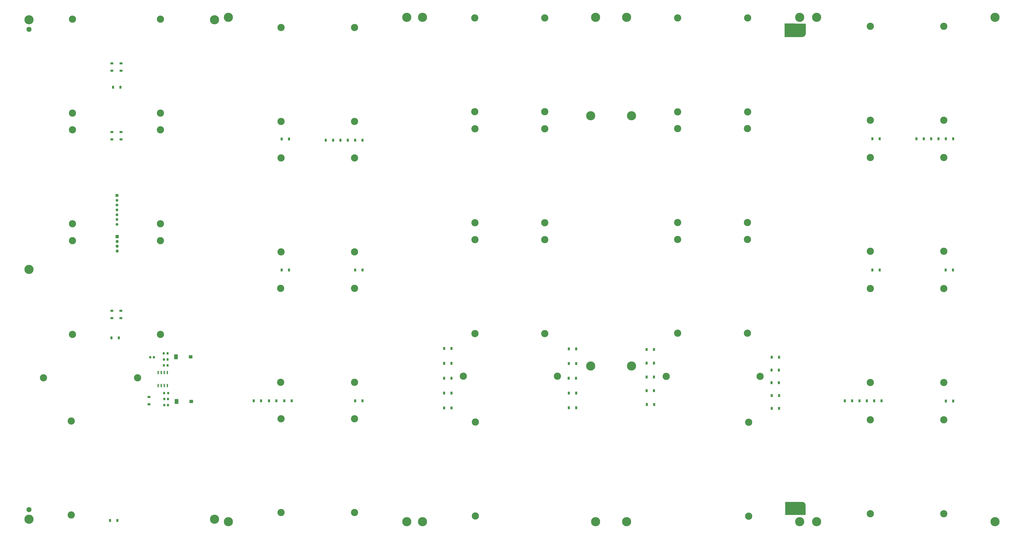
<source format=gts>
%TF.GenerationSoftware,KiCad,Pcbnew,9.0.1*%
%TF.CreationDate,2025-04-22T22:33:04-07:00*%
%TF.ProjectId,FlexDeploySidePanels,466c6578-4465-4706-9c6f-795369646550,3.3*%
%TF.SameCoordinates,Original*%
%TF.FileFunction,Soldermask,Top*%
%TF.FilePolarity,Negative*%
%FSLAX46Y46*%
G04 Gerber Fmt 4.6, Leading zero omitted, Abs format (unit mm)*
G04 Created by KiCad (PCBNEW 9.0.1) date 2025-04-22 22:33:04*
%MOMM*%
%LPD*%
G01*
G04 APERTURE LIST*
G04 Aperture macros list*
%AMRoundRect*
0 Rectangle with rounded corners*
0 $1 Rounding radius*
0 $2 $3 $4 $5 $6 $7 $8 $9 X,Y pos of 4 corners*
0 Add a 4 corners polygon primitive as box body*
4,1,4,$2,$3,$4,$5,$6,$7,$8,$9,$2,$3,0*
0 Add four circle primitives for the rounded corners*
1,1,$1+$1,$2,$3*
1,1,$1+$1,$4,$5*
1,1,$1+$1,$6,$7*
1,1,$1+$1,$8,$9*
0 Add four rect primitives between the rounded corners*
20,1,$1+$1,$2,$3,$4,$5,0*
20,1,$1+$1,$4,$5,$6,$7,0*
20,1,$1+$1,$6,$7,$8,$9,0*
20,1,$1+$1,$8,$9,$2,$3,0*%
G04 Aperture macros list end*
%ADD10C,0.150000*%
%ADD11R,0.850000X1.200000*%
%ADD12C,3.000000*%
%ADD13RoundRect,0.200000X0.200000X0.275000X-0.200000X0.275000X-0.200000X-0.275000X0.200000X-0.275000X0*%
%ADD14RoundRect,0.225000X0.225000X0.250000X-0.225000X0.250000X-0.225000X-0.250000X0.225000X-0.250000X0*%
%ADD15R,1.150000X1.150000*%
%ADD16C,1.150000*%
%ADD17C,2.600000*%
%ADD18C,3.800000*%
%ADD19R,1.200000X0.850000*%
%ADD20RoundRect,0.187500X0.562500X0.862500X-0.562500X0.862500X-0.562500X-0.862500X0.562500X-0.862500X0*%
%ADD21RoundRect,0.162500X0.587500X0.487500X-0.587500X0.487500X-0.587500X-0.487500X0.587500X-0.487500X0*%
%ADD22RoundRect,0.175000X0.525000X0.825000X-0.525000X0.825000X-0.525000X-0.825000X0.525000X-0.825000X0*%
%ADD23RoundRect,0.150000X0.550000X0.450000X-0.550000X0.450000X-0.550000X-0.450000X0.550000X-0.450000X0*%
%ADD24R,0.533400X1.460500*%
%ADD25RoundRect,0.225000X-0.225000X-0.250000X0.225000X-0.250000X0.225000X0.250000X-0.225000X0.250000X0*%
%ADD26RoundRect,0.076200X-0.575000X0.575000X-0.575000X-0.575000X0.575000X-0.575000X0.575000X0.575000X0*%
%ADD27C,1.302400*%
%ADD28C,2.100000*%
G04 APERTURE END LIST*
D10*
X413740600Y-303758600D02*
X414147000Y-304038000D01*
X414477200Y-304495200D01*
X414553400Y-305079400D01*
X414553400Y-308940200D01*
X406222200Y-308940200D01*
X406222200Y-303631600D01*
X413232600Y-303631600D01*
X413740600Y-303758600D01*
G36*
X413740600Y-303758600D02*
G01*
X414147000Y-304038000D01*
X414477200Y-304495200D01*
X414553400Y-305079400D01*
X414553400Y-308940200D01*
X406222200Y-308940200D01*
X406222200Y-303631600D01*
X413232600Y-303631600D01*
X413740600Y-303758600D01*
G37*
X414578800Y-104927400D02*
X414578800Y-109194600D01*
X414274000Y-109855000D01*
X413791400Y-110236000D01*
X413283400Y-110363000D01*
X405993600Y-110363000D01*
X405993600Y-104902000D01*
X414578800Y-104927400D01*
G36*
X414578800Y-104927400D02*
G01*
X414578800Y-109194600D01*
X414274000Y-109855000D01*
X413791400Y-110236000D01*
X413283400Y-110363000D01*
X405993600Y-110363000D01*
X405993600Y-104902000D01*
X414578800Y-104927400D01*
G37*
D11*
%TO.C,D15*%
X403625000Y-259375716D03*
X400575000Y-259375716D03*
%TD*%
%TO.C,D7*%
X443025000Y-261574797D03*
X446075000Y-261574797D03*
%TD*%
D12*
%TO.C,SC1*%
X471950000Y-308454797D03*
X471950000Y-269454797D03*
%TD*%
D13*
%TO.C,R2*%
X149986000Y-241868000D03*
X148336000Y-241868000D03*
%TD*%
D12*
%TO.C,SC21*%
X306400000Y-141450000D03*
X306400000Y-102450000D03*
%TD*%
%TO.C,SC38*%
X147000000Y-141999000D03*
X147000000Y-102999000D03*
%TD*%
D14*
%TO.C,C1*%
X150114000Y-263368000D03*
X148564000Y-263368000D03*
%TD*%
D11*
%TO.C,D10*%
X348675000Y-251650000D03*
X351725000Y-251650000D03*
%TD*%
D15*
%TO.C,J1*%
X128950000Y-176249999D03*
D16*
X128950000Y-178250000D03*
X128950000Y-180249999D03*
X128950000Y-182250000D03*
X128950000Y-184249998D03*
X128950000Y-186249999D03*
X128950000Y-188249998D03*
%TD*%
D12*
%TO.C,SC18*%
X277450000Y-194650000D03*
X277450000Y-233650000D03*
%TD*%
D11*
%TO.C,D45*%
X430845000Y-261574797D03*
X433895000Y-261574797D03*
%TD*%
%TO.C,D9*%
X348675000Y-257358571D03*
X351725000Y-257358571D03*
%TD*%
D12*
%TO.C,SC13*%
X390600000Y-141500000D03*
X390600000Y-102500000D03*
%TD*%
D17*
%TO.C,H18*%
X169450000Y-103250000D03*
D18*
X169450000Y-103250000D03*
%TD*%
D12*
%TO.C,SC17*%
X272650000Y-251300000D03*
X311650000Y-251300000D03*
%TD*%
D19*
%TO.C,D35*%
X126850000Y-227225000D03*
X126850000Y-224175000D03*
%TD*%
%TO.C,D37*%
X126875000Y-124400000D03*
X126875000Y-121350000D03*
%TD*%
D12*
%TO.C,SC11*%
X361500000Y-148500000D03*
X361500000Y-187500000D03*
%TD*%
%TO.C,SC25*%
X197000000Y-269000000D03*
X197000000Y-308000000D03*
%TD*%
D11*
%TO.C,D49*%
X215600000Y-153300000D03*
X218650000Y-153300000D03*
%TD*%
D13*
%TO.C,R1*%
X150164000Y-258348000D03*
X148514000Y-258348000D03*
%TD*%
D11*
%TO.C,D13*%
X403550000Y-248758572D03*
X400500000Y-248758572D03*
%TD*%
D14*
%TO.C,C3*%
X149936000Y-246888000D03*
X148386000Y-246888000D03*
%TD*%
D17*
%TO.C,H21*%
X92450000Y-310750000D03*
D18*
X92450000Y-310750000D03*
%TD*%
D20*
%TO.C,D51*%
X153668000Y-261874000D03*
D21*
X159768000Y-261874000D03*
D22*
X153668000Y-261874000D03*
D23*
X159768000Y-261874000D03*
%TD*%
D12*
%TO.C,SC34*%
X98500000Y-252000000D03*
X137500000Y-252000000D03*
%TD*%
D17*
%TO.C,H8*%
X340400000Y-311750000D03*
D18*
X340400000Y-311750000D03*
%TD*%
D12*
%TO.C,SC20*%
X277400000Y-102450000D03*
X277400000Y-141450000D03*
%TD*%
%TO.C,SC6*%
X441450000Y-160454797D03*
X441450000Y-199454797D03*
%TD*%
D11*
%TO.C,D43*%
X348725000Y-263108571D03*
X351775000Y-263108571D03*
%TD*%
D12*
%TO.C,SC10*%
X361500000Y-194500000D03*
X361500000Y-233500000D03*
%TD*%
D11*
%TO.C,D41*%
X185650000Y-261620000D03*
X188700000Y-261620000D03*
%TD*%
%TO.C,D24*%
X316360000Y-264430000D03*
X319410000Y-264430000D03*
%TD*%
D19*
%TO.C,D36*%
X126850000Y-152975000D03*
X126850000Y-149925000D03*
%TD*%
D17*
%TO.C,H1*%
X493200000Y-311750000D03*
D18*
X493200000Y-311750000D03*
%TD*%
D12*
%TO.C,SC30*%
X227500000Y-199666666D03*
X227500000Y-160666666D03*
%TD*%
D11*
%TO.C,D11*%
X348675000Y-245941429D03*
X351725000Y-245941429D03*
%TD*%
D17*
%TO.C,H9*%
X327500000Y-311750000D03*
D18*
X327500000Y-311750000D03*
%TD*%
D24*
%TO.C,U1*%
X146020850Y-255250000D03*
X147290850Y-255250000D03*
X148560850Y-255250000D03*
X149830850Y-255250000D03*
X149830850Y-249801700D03*
X148560850Y-249801700D03*
X147290850Y-249801700D03*
X146020850Y-249801700D03*
%TD*%
D17*
%TO.C,H5*%
X412200000Y-311750000D03*
D18*
X412200000Y-311750000D03*
%TD*%
D17*
%TO.C,H7*%
X340400000Y-102250000D03*
D18*
X340400000Y-102250000D03*
%TD*%
D11*
%TO.C,D27*%
X197311000Y-207250000D03*
X200361000Y-207250000D03*
%TD*%
D17*
%TO.C,H24*%
X342400000Y-247100000D03*
D18*
X342400000Y-247100000D03*
%TD*%
D11*
%TO.C,D28*%
X197311000Y-152750000D03*
X200361000Y-152750000D03*
%TD*%
D12*
%TO.C,SC16*%
X391000000Y-309510000D03*
X391000000Y-270510000D03*
%TD*%
D17*
%TO.C,H16*%
X175200000Y-311750000D03*
D18*
X175200000Y-311750000D03*
%TD*%
D12*
%TO.C,SC9*%
X395750000Y-251460000D03*
X356750000Y-251460000D03*
%TD*%
D17*
%TO.C,H14*%
X249200000Y-102250000D03*
D18*
X249200000Y-102250000D03*
%TD*%
D25*
%TO.C,C5*%
X142725000Y-243500000D03*
X144275000Y-243500000D03*
%TD*%
D11*
%TO.C,D12*%
X348675000Y-240232858D03*
X351725000Y-240232858D03*
%TD*%
%TO.C,D5*%
X442275000Y-152704797D03*
X445325000Y-152704797D03*
%TD*%
%TO.C,D47*%
X316360000Y-240010000D03*
X319410000Y-240010000D03*
%TD*%
D19*
%TO.C,D40*%
X130600000Y-224175000D03*
X130600000Y-227225000D03*
%TD*%
D11*
%TO.C,D26*%
X198400000Y-261600000D03*
X201450000Y-261600000D03*
%TD*%
D12*
%TO.C,SC26*%
X196850000Y-214833332D03*
X196850000Y-253833332D03*
%TD*%
D17*
%TO.C,H6*%
X412200000Y-102250000D03*
D18*
X412200000Y-102250000D03*
%TD*%
D17*
%TO.C,H22*%
X342400000Y-143100000D03*
D18*
X342400000Y-143100000D03*
%TD*%
D11*
%TO.C,D44*%
X264680000Y-264580000D03*
X267730000Y-264580000D03*
%TD*%
D17*
%TO.C,H13*%
X249200000Y-311750000D03*
D18*
X249200000Y-311750000D03*
%TD*%
D17*
%TO.C,H19*%
X92456000Y-103251000D03*
D18*
X92456000Y-103251000D03*
%TD*%
D11*
%TO.C,D21*%
X319410000Y-246115000D03*
X316360000Y-246115000D03*
%TD*%
D12*
%TO.C,SC7*%
X441450000Y-214954797D03*
X441450000Y-253954797D03*
%TD*%
D11*
%TO.C,D46*%
X460550000Y-152700000D03*
X463600000Y-152700000D03*
%TD*%
%TO.C,D19*%
X264680000Y-245995000D03*
X267730000Y-245995000D03*
%TD*%
D17*
%TO.C,H25*%
X325500000Y-247100000D03*
D18*
X325500000Y-247100000D03*
%TD*%
D12*
%TO.C,SC14*%
X390500000Y-187500000D03*
X390500000Y-148500000D03*
%TD*%
D19*
%TO.C,D33*%
X142250000Y-263025000D03*
X142250000Y-259975000D03*
%TD*%
D26*
%TO.C,J4*%
X129000000Y-193350000D03*
D27*
X129000000Y-195350000D03*
X129000000Y-197350000D03*
X129000000Y-199350000D03*
%TD*%
D17*
%TO.C,H4*%
X419220000Y-311750000D03*
D18*
X419220000Y-311750000D03*
%TD*%
D12*
%TO.C,SC37*%
X110500000Y-103000000D03*
X110500000Y-142000000D03*
%TD*%
%TO.C,SC39*%
X147000000Y-188000000D03*
X147000000Y-149000000D03*
%TD*%
D11*
%TO.C,D32*%
X227791000Y-261620000D03*
X230841000Y-261620000D03*
%TD*%
D12*
%TO.C,SC35*%
X110500000Y-195000000D03*
X110500000Y-234000000D03*
%TD*%
D17*
%TO.C,H23*%
X325500000Y-143100000D03*
D18*
X325500000Y-143100000D03*
%TD*%
D12*
%TO.C,SC15*%
X390500000Y-233500000D03*
X390500000Y-194500000D03*
%TD*%
%TO.C,SC28*%
X197000000Y-106500000D03*
X197000000Y-145500000D03*
%TD*%
D19*
%TO.C,D38*%
X130650000Y-121350000D03*
X130650000Y-124400000D03*
%TD*%
D12*
%TO.C,SC3*%
X471950000Y-199454797D03*
X471950000Y-160454797D03*
%TD*%
%TO.C,SC32*%
X227500000Y-308000000D03*
X227500000Y-269000000D03*
%TD*%
D17*
%TO.C,H15*%
X175200000Y-102250000D03*
D18*
X175200000Y-102250000D03*
%TD*%
D11*
%TO.C,D3*%
X472755000Y-152704797D03*
X475805000Y-152704797D03*
%TD*%
D12*
%TO.C,SC31*%
X227500000Y-253833332D03*
X227500000Y-214833332D03*
%TD*%
%TO.C,SC5*%
X441450000Y-105954797D03*
X441450000Y-144954797D03*
%TD*%
D11*
%TO.C,D23*%
X319410000Y-258325000D03*
X316360000Y-258325000D03*
%TD*%
%TO.C,D1*%
X472775000Y-261704797D03*
X475825000Y-261704797D03*
%TD*%
D28*
%TO.C,J3*%
X92450000Y-306750000D03*
%TD*%
D17*
%TO.C,H12*%
X255700000Y-311750000D03*
D18*
X255700000Y-311750000D03*
%TD*%
D12*
%TO.C,SC19*%
X277450000Y-148550000D03*
X277450000Y-187550000D03*
%TD*%
D11*
%TO.C,D50*%
X127350000Y-131300000D03*
X130400000Y-131300000D03*
%TD*%
%TO.C,D29*%
X221675000Y-153300000D03*
X224725000Y-153300000D03*
%TD*%
D12*
%TO.C,SC22*%
X306450000Y-187550000D03*
X306450000Y-148550000D03*
%TD*%
D17*
%TO.C,H17*%
X169450000Y-310769000D03*
D18*
X169450000Y-310769000D03*
%TD*%
D12*
%TO.C,SC12*%
X361500000Y-102500000D03*
X361500000Y-141500000D03*
%TD*%
D17*
%TO.C,H3*%
X419200000Y-102250000D03*
D18*
X419200000Y-102250000D03*
%TD*%
D12*
%TO.C,SC8*%
X441450000Y-269454797D03*
X441450000Y-308454797D03*
%TD*%
D11*
%TO.C,D42*%
X129090000Y-311250000D03*
X126040000Y-311250000D03*
%TD*%
%TO.C,D30*%
X227766000Y-153300000D03*
X230816000Y-153300000D03*
%TD*%
%TO.C,D2*%
X472735000Y-207204797D03*
X475785000Y-207204797D03*
%TD*%
%TO.C,D25*%
X192050000Y-261600000D03*
X195100000Y-261600000D03*
%TD*%
D28*
%TO.C,J2*%
X92450000Y-107200000D03*
%TD*%
D17*
%TO.C,H2*%
X493200000Y-102250000D03*
D18*
X493200000Y-102250000D03*
%TD*%
D12*
%TO.C,SC33*%
X110000000Y-270000000D03*
X110000000Y-309000000D03*
%TD*%
D11*
%TO.C,D20*%
X264680000Y-239800000D03*
X267730000Y-239800000D03*
%TD*%
D12*
%TO.C,SC24*%
X277600000Y-309400000D03*
X277600000Y-270400000D03*
%TD*%
%TO.C,SC4*%
X471950000Y-144954797D03*
X471950000Y-105954797D03*
%TD*%
%TO.C,SC36*%
X110500000Y-149000000D03*
X110500000Y-188000000D03*
%TD*%
D17*
%TO.C,H11*%
X255700000Y-102250000D03*
D18*
X255700000Y-102250000D03*
%TD*%
D11*
%TO.C,D48*%
X400525000Y-243450000D03*
X403575000Y-243450000D03*
%TD*%
D17*
%TO.C,H10*%
X327500000Y-102250000D03*
D18*
X327500000Y-102250000D03*
%TD*%
D12*
%TO.C,SC23*%
X306450000Y-233650000D03*
X306450000Y-194650000D03*
%TD*%
%TO.C,SC2*%
X471950000Y-253954797D03*
X471950000Y-214954797D03*
%TD*%
D11*
%TO.C,D17*%
X264680000Y-258385000D03*
X267730000Y-258385000D03*
%TD*%
D20*
%TO.C,D52*%
X153420000Y-243332000D03*
D21*
X159520000Y-243332000D03*
D22*
X153420000Y-243332000D03*
D23*
X159520000Y-243332000D03*
%TD*%
D11*
%TO.C,D16*%
X400585000Y-264684288D03*
X403635000Y-264684288D03*
%TD*%
%TO.C,D6*%
X442275000Y-207204797D03*
X445325000Y-207204797D03*
%TD*%
%TO.C,D14*%
X403550000Y-254067144D03*
X400500000Y-254067144D03*
%TD*%
D14*
%TO.C,C4*%
X149936000Y-244378000D03*
X148386000Y-244378000D03*
%TD*%
D12*
%TO.C,SC40*%
X147000000Y-234000000D03*
X147000000Y-195000000D03*
%TD*%
D11*
%TO.C,D4*%
X466650000Y-152700000D03*
X469700000Y-152700000D03*
%TD*%
%TO.C,D34*%
X129750000Y-235425000D03*
X126700000Y-235425000D03*
%TD*%
%TO.C,D18*%
X264680000Y-252190000D03*
X267730000Y-252190000D03*
%TD*%
%TO.C,D31*%
X227791000Y-207250000D03*
X230841000Y-207250000D03*
%TD*%
D12*
%TO.C,SC27*%
X197000000Y-160666666D03*
X197000000Y-199666666D03*
%TD*%
D17*
%TO.C,H20*%
X92450000Y-207000000D03*
D18*
X92450000Y-207000000D03*
%TD*%
D19*
%TO.C,D39*%
X130625000Y-149925000D03*
X130625000Y-152975000D03*
%TD*%
D11*
%TO.C,D22*%
X319390000Y-252220000D03*
X316340000Y-252220000D03*
%TD*%
D14*
%TO.C,C2*%
X150114000Y-260858000D03*
X148564000Y-260858000D03*
%TD*%
D12*
%TO.C,SC29*%
X227500000Y-145500000D03*
X227500000Y-106500000D03*
%TD*%
D11*
%TO.C,D8*%
X436950000Y-261574797D03*
X440000000Y-261574797D03*
%TD*%
M02*

</source>
